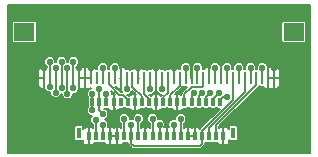
<source format=gtl>
G04 #@! TF.FileFunction,Copper,L1,Top,Signal*
%FSLAX46Y46*%
G04 Gerber Fmt 4.6, Leading zero omitted, Abs format (unit mm)*
G04 Created by KiCad (PCBNEW 0.201502211246+5439~21~ubuntu14.04.1-product) date lör 21 feb 2015 23:28:31*
%MOMM*%
G01*
G04 APERTURE LIST*
%ADD10C,0.100000*%
%ADD11R,0.400000X0.950000*%
%ADD12R,0.300000X0.800000*%
%ADD13R,0.300000X0.650000*%
%ADD14R,0.250000X1.100000*%
%ADD15R,1.700000X1.500000*%
%ADD16C,0.558800*%
%ADD17C,0.127000*%
G04 APERTURE END LIST*
D10*
D11*
X143550000Y-52125000D03*
X130450000Y-52125000D03*
D12*
X131300000Y-52400000D03*
D13*
X131600000Y-49525000D03*
D12*
X131900000Y-52400000D03*
D13*
X132200000Y-49525000D03*
D12*
X132500000Y-52400000D03*
D13*
X132800000Y-49525000D03*
D12*
X133100000Y-52400000D03*
D13*
X133400000Y-49525000D03*
D12*
X133700000Y-52400000D03*
D13*
X134000000Y-49525000D03*
D12*
X134300000Y-52400000D03*
D13*
X134600000Y-49525000D03*
D12*
X134900000Y-52400000D03*
D13*
X135200000Y-49525000D03*
D12*
X135500000Y-52400000D03*
D13*
X135800000Y-49525000D03*
D12*
X136100000Y-52400000D03*
D13*
X136400000Y-49525000D03*
D12*
X136700000Y-52400000D03*
D13*
X137000000Y-49525000D03*
D12*
X137300000Y-52400000D03*
D13*
X137600000Y-49525000D03*
D12*
X137900000Y-52400000D03*
D13*
X138200000Y-49525000D03*
D12*
X138500000Y-52400000D03*
D13*
X138800000Y-49525000D03*
D12*
X139100000Y-52400000D03*
D13*
X139400000Y-49525000D03*
D12*
X139700000Y-52400000D03*
D13*
X140000000Y-49525000D03*
D12*
X140300000Y-52400000D03*
D13*
X140600000Y-49525000D03*
D12*
X140900000Y-52400000D03*
D13*
X141200000Y-49525000D03*
D12*
X141500000Y-52400000D03*
D13*
X141800000Y-49525000D03*
D12*
X142100000Y-52400000D03*
D13*
X142400000Y-49525000D03*
D12*
X142700000Y-52400000D03*
D14*
X147000000Y-47450000D03*
X146500000Y-47450000D03*
X146000000Y-47450000D03*
X145500000Y-47450000D03*
X145000000Y-47450000D03*
X144500000Y-47450000D03*
X144000000Y-47450000D03*
X143500000Y-47450000D03*
X143000000Y-47450000D03*
X142500000Y-47450000D03*
X142000000Y-47450000D03*
X141500000Y-47450000D03*
X141000000Y-47450000D03*
X140500000Y-47450000D03*
X140000000Y-47450000D03*
X139500000Y-47450000D03*
X139000000Y-47450000D03*
X138500000Y-47450000D03*
X138000000Y-47450000D03*
X137500000Y-47450000D03*
X137000000Y-47450000D03*
X136500000Y-47450000D03*
X136000000Y-47450000D03*
X135500000Y-47450000D03*
X135000000Y-47450000D03*
X134500000Y-47450000D03*
X134000000Y-47450000D03*
X133500000Y-47450000D03*
X133000000Y-47450000D03*
X132500000Y-47450000D03*
D15*
X125850000Y-43550000D03*
X148650000Y-43550000D03*
D14*
X132000000Y-47450000D03*
X131500000Y-47450000D03*
X131000000Y-47450000D03*
X130500000Y-47450000D03*
X130000000Y-47450000D03*
X129500000Y-47450000D03*
X129000000Y-47450000D03*
X128500000Y-47450000D03*
X128000000Y-47450000D03*
X127500000Y-47450000D03*
D16*
X134000000Y-46100000D03*
X133700000Y-51400000D03*
X133100000Y-50900000D03*
X143300000Y-51000000D03*
X137900000Y-51000000D03*
X136100000Y-51400000D03*
X140300000Y-51000000D03*
X139700000Y-51400000D03*
X133400000Y-53400000D03*
X131500000Y-53300000D03*
X127500000Y-46600000D03*
X130500000Y-46600000D03*
X131000000Y-46100000D03*
X131500000Y-46600000D03*
X147000000Y-46600000D03*
X146500000Y-46100000D03*
X142500000Y-46100000D03*
X141500000Y-46100000D03*
X140000000Y-46100000D03*
X138500000Y-46600000D03*
X137000000Y-46600000D03*
X135500000Y-46600000D03*
X132200000Y-48400000D03*
X132800000Y-48800000D03*
X131600000Y-48800000D03*
X131900000Y-51000000D03*
X128000000Y-46100000D03*
X128500000Y-46600000D03*
X129000000Y-46100000D03*
X129500000Y-46600000D03*
X130000000Y-46100000D03*
X130000000Y-48300000D03*
X129500000Y-48800000D03*
X129000000Y-48300000D03*
X128500000Y-48700000D03*
X128000000Y-48200000D03*
X132500000Y-50500000D03*
X131600000Y-50200000D03*
X132500000Y-51400000D03*
X133500000Y-46600000D03*
X134900000Y-51400000D03*
X134500000Y-48400000D03*
X135500000Y-50900000D03*
X136500000Y-48400000D03*
X136700000Y-50900000D03*
X137500000Y-48400000D03*
X137300000Y-51400000D03*
X138500000Y-51400000D03*
X139500000Y-46600000D03*
X140500000Y-46600000D03*
X139100000Y-50900000D03*
X140200000Y-48700000D03*
X140900000Y-48700000D03*
X143000000Y-46600000D03*
X142000000Y-46600000D03*
X141600000Y-48700000D03*
X144000000Y-46600000D03*
X145000000Y-46600000D03*
X142300000Y-48700000D03*
X143000000Y-49100000D03*
X146000000Y-46600000D03*
X132500000Y-46600000D03*
X134300000Y-50900000D03*
D17*
X134000000Y-47450000D02*
X134000000Y-46100000D01*
X133100000Y-52400000D02*
X133100000Y-50900000D01*
X133700000Y-51400000D02*
X133700000Y-50300000D01*
X133700000Y-50300000D02*
X133400000Y-50000000D01*
X142700000Y-52400000D02*
X142700000Y-51600000D01*
X142700000Y-51600000D02*
X143300000Y-51000000D01*
X137900000Y-52400000D02*
X137900000Y-51000000D01*
X136100000Y-52400000D02*
X136100000Y-51400000D01*
X140300000Y-52400000D02*
X140300000Y-51000000D01*
X139700000Y-52400000D02*
X139700000Y-51400000D01*
X131300000Y-52400000D02*
X131300000Y-53100000D01*
X133100000Y-53100000D02*
X133100000Y-52400000D01*
X133400000Y-53400000D02*
X133100000Y-53100000D01*
X131300000Y-53100000D02*
X131500000Y-53300000D01*
X133700000Y-52400000D02*
X133700000Y-51400000D01*
X133400000Y-50000000D02*
X133400000Y-49525000D01*
X127500000Y-47450000D02*
X127500000Y-46600000D01*
X130500000Y-47450000D02*
X130500000Y-46600000D01*
X131000000Y-47450000D02*
X131000000Y-46100000D01*
X131500000Y-47450000D02*
X131500000Y-46600000D01*
X147000000Y-47450000D02*
X147000000Y-46600000D01*
X146500000Y-47450000D02*
X146500000Y-46100000D01*
X142500000Y-47450000D02*
X142500000Y-46100000D01*
X141500000Y-47450000D02*
X141500000Y-46100000D01*
X140000000Y-47450000D02*
X140000000Y-46100000D01*
X138500000Y-47450000D02*
X138500000Y-46600000D01*
X137000000Y-47450000D02*
X137000000Y-46600000D01*
X135500000Y-47450000D02*
X135500000Y-46600000D01*
X137000000Y-49525000D02*
X137000000Y-47450000D01*
X132200000Y-49525000D02*
X132200000Y-48400000D01*
X132800000Y-49525000D02*
X132800000Y-48800000D01*
X131600000Y-49525000D02*
X131600000Y-48800000D01*
X131900000Y-52400000D02*
X131900000Y-51000000D01*
X128000000Y-47450000D02*
X128000000Y-46100000D01*
X128500000Y-47450000D02*
X128500000Y-46600000D01*
X129000000Y-47450000D02*
X129000000Y-46100000D01*
X129500000Y-47450000D02*
X129500000Y-46600000D01*
X130000000Y-47450000D02*
X130000000Y-46100000D01*
X130000000Y-47450000D02*
X130000000Y-48300000D01*
X129500000Y-47450000D02*
X129500000Y-48800000D01*
X129000000Y-47450000D02*
X129000000Y-48300000D01*
X128500000Y-47450000D02*
X128500000Y-48700000D01*
X128000000Y-47450000D02*
X128000000Y-48200000D01*
X132200000Y-49525000D02*
X132200000Y-50200000D01*
X132200000Y-50200000D02*
X132500000Y-50500000D01*
X131600000Y-49525000D02*
X131600000Y-50200000D01*
X132500000Y-51400000D02*
X132500000Y-52400000D01*
X130000000Y-47450000D02*
X130000000Y-48000000D01*
X131525000Y-49525000D02*
X131600000Y-49525000D01*
X133500000Y-47450000D02*
X133500000Y-46600000D01*
X134900000Y-52400000D02*
X134900000Y-53000000D01*
X140900000Y-53000000D02*
X140900000Y-52400000D01*
X140700000Y-53200000D02*
X140900000Y-53000000D01*
X135100000Y-53200000D02*
X140700000Y-53200000D01*
X134900000Y-53000000D02*
X135100000Y-53200000D01*
X134900000Y-52400000D02*
X134900000Y-51400000D01*
X140900000Y-52400000D02*
X140900000Y-51900000D01*
X140900000Y-51900000D02*
X143500000Y-49300000D01*
X143500000Y-49300000D02*
X143500000Y-47450000D01*
X134500000Y-47450000D02*
X134500000Y-48400000D01*
X135500000Y-52400000D02*
X135500000Y-50900000D01*
X135000000Y-47450000D02*
X135000000Y-48200000D01*
X135800000Y-49000000D02*
X135800000Y-49525000D01*
X135000000Y-48200000D02*
X135800000Y-49000000D01*
X135800000Y-49200000D02*
X135800000Y-49525000D01*
X135000000Y-47450000D02*
X135000000Y-48000000D01*
X136000000Y-47450000D02*
X136000000Y-48800000D01*
X136000000Y-48800000D02*
X136400000Y-49200000D01*
X136400000Y-49200000D02*
X136400000Y-49525000D01*
X136500000Y-47450000D02*
X136500000Y-48400000D01*
X136700000Y-50900000D02*
X136700000Y-52400000D01*
X137500000Y-47450000D02*
X137500000Y-48400000D01*
X137300000Y-52400000D02*
X137300000Y-51400000D01*
X137600000Y-49525000D02*
X137600000Y-49100000D01*
X138000000Y-48700000D02*
X138000000Y-47450000D01*
X137600000Y-49100000D02*
X138000000Y-48700000D01*
X139000000Y-47450000D02*
X139000000Y-48100000D01*
X138200000Y-48900000D02*
X138200000Y-49525000D01*
X139000000Y-48100000D02*
X138200000Y-48900000D01*
X138500000Y-52400000D02*
X138500000Y-51400000D01*
X139500000Y-46600000D02*
X139500000Y-47450000D01*
X139100000Y-52400000D02*
X139100000Y-50900000D01*
X140500000Y-46600000D02*
X140500000Y-47450000D01*
X141000000Y-48100000D02*
X141000000Y-47450000D01*
X140900000Y-48200000D02*
X141000000Y-48100000D01*
X140000000Y-48200000D02*
X140900000Y-48200000D01*
X139400000Y-48800000D02*
X140000000Y-48200000D01*
X139400000Y-49525000D02*
X139400000Y-48800000D01*
X140000000Y-48900000D02*
X140200000Y-48700000D01*
X140000000Y-48900000D02*
X140000000Y-49525000D01*
X140600000Y-49525000D02*
X140600000Y-49000000D01*
X140600000Y-49000000D02*
X140900000Y-48700000D01*
X143000000Y-46600000D02*
X143000000Y-47450000D01*
X142000000Y-47450000D02*
X142000000Y-46600000D01*
X141200000Y-49100000D02*
X141600000Y-48700000D01*
X144000000Y-46600000D02*
X144000000Y-47450000D01*
X141200000Y-49525000D02*
X141200000Y-49100000D01*
X141500000Y-52400000D02*
X141500000Y-51659214D01*
X144500000Y-48659214D02*
X144500000Y-47450000D01*
X141500000Y-51659214D02*
X144500000Y-48659214D01*
X145000000Y-46600000D02*
X145000000Y-47450000D01*
X141800000Y-49200000D02*
X142300000Y-48700000D01*
X141800000Y-49525000D02*
X141800000Y-49200000D01*
X142100000Y-52400000D02*
X142100000Y-51418428D01*
X145500000Y-48018428D02*
X145500000Y-47450000D01*
X142100000Y-51418428D02*
X145500000Y-48018428D01*
X142400000Y-49525000D02*
X142400000Y-49400000D01*
X142400000Y-49400000D02*
X142700000Y-49100000D01*
X142700000Y-49100000D02*
X143000000Y-49100000D01*
X146000000Y-46600000D02*
X146000000Y-47450000D01*
X133000000Y-47450000D02*
X133000000Y-48000000D01*
X133000000Y-48000000D02*
X133900000Y-48900000D01*
X133900000Y-48900000D02*
X134200000Y-48900000D01*
X134600000Y-49525000D02*
X134600000Y-49300000D01*
X134600000Y-49300000D02*
X134200000Y-48900000D01*
X132500000Y-47450000D02*
X132500000Y-46600000D01*
X134300000Y-52400000D02*
X134300000Y-50900000D01*
G36*
X150009500Y-53759500D02*
X149694232Y-53759500D01*
X149694232Y-44300000D01*
X149694232Y-42800000D01*
X149680139Y-42727363D01*
X149638202Y-42663522D01*
X149574892Y-42620787D01*
X149500000Y-42605768D01*
X147800000Y-42605768D01*
X147727363Y-42619861D01*
X147663522Y-42661798D01*
X147620787Y-42725108D01*
X147605768Y-42800000D01*
X147605768Y-44300000D01*
X147619861Y-44372637D01*
X147661798Y-44436478D01*
X147725108Y-44479213D01*
X147800000Y-44494232D01*
X149500000Y-44494232D01*
X149572637Y-44480139D01*
X149636478Y-44438202D01*
X149679213Y-44374892D01*
X149694232Y-44300000D01*
X149694232Y-53759500D01*
X147488500Y-53759500D01*
X147488500Y-48072304D01*
X147488500Y-47927695D01*
X147488500Y-47542375D01*
X147488500Y-47357625D01*
X147488500Y-46972305D01*
X147488500Y-46827696D01*
X147433161Y-46694094D01*
X147330907Y-46591840D01*
X147197305Y-46536500D01*
X147092375Y-46536500D01*
X147001500Y-46627375D01*
X147001500Y-47448500D01*
X147397625Y-47448500D01*
X147488500Y-47357625D01*
X147488500Y-47542375D01*
X147397625Y-47451500D01*
X147001500Y-47451500D01*
X147001500Y-48272625D01*
X147092375Y-48363500D01*
X147197305Y-48363500D01*
X147330907Y-48308160D01*
X147433161Y-48205906D01*
X147488500Y-48072304D01*
X147488500Y-53759500D01*
X146998500Y-53759500D01*
X146998500Y-48272625D01*
X146998500Y-47451500D01*
X146998500Y-47448500D01*
X146998500Y-46627375D01*
X146907625Y-46536500D01*
X146802695Y-46536500D01*
X146750000Y-46558327D01*
X146697305Y-46536500D01*
X146592375Y-46536500D01*
X146501500Y-46627375D01*
X146501500Y-47448500D01*
X146602375Y-47448500D01*
X146897625Y-47448500D01*
X146998500Y-47448500D01*
X146998500Y-47451500D01*
X146897625Y-47451500D01*
X146602375Y-47451500D01*
X146501500Y-47451500D01*
X146501500Y-48272625D01*
X146592375Y-48363500D01*
X146697305Y-48363500D01*
X146750000Y-48341672D01*
X146802695Y-48363500D01*
X146907625Y-48363500D01*
X146998500Y-48272625D01*
X146998500Y-53759500D01*
X146498500Y-53759500D01*
X146498500Y-48272625D01*
X146498500Y-47451500D01*
X146478500Y-47451500D01*
X146478500Y-47448500D01*
X146498500Y-47448500D01*
X146498500Y-46627375D01*
X146469901Y-46598776D01*
X146469982Y-46506941D01*
X146398594Y-46334171D01*
X146266525Y-46201870D01*
X146093879Y-46130182D01*
X145906941Y-46130018D01*
X145734171Y-46201406D01*
X145601870Y-46333475D01*
X145530182Y-46506121D01*
X145530018Y-46693059D01*
X145535269Y-46705768D01*
X145464881Y-46705768D01*
X145469818Y-46693879D01*
X145469982Y-46506941D01*
X145398594Y-46334171D01*
X145266525Y-46201870D01*
X145093879Y-46130182D01*
X144906941Y-46130018D01*
X144734171Y-46201406D01*
X144601870Y-46333475D01*
X144530182Y-46506121D01*
X144530018Y-46693059D01*
X144535269Y-46705768D01*
X144464881Y-46705768D01*
X144469818Y-46693879D01*
X144469982Y-46506941D01*
X144398594Y-46334171D01*
X144266525Y-46201870D01*
X144093879Y-46130182D01*
X143906941Y-46130018D01*
X143734171Y-46201406D01*
X143601870Y-46333475D01*
X143530182Y-46506121D01*
X143530018Y-46693059D01*
X143535269Y-46705768D01*
X143464881Y-46705768D01*
X143469818Y-46693879D01*
X143469982Y-46506941D01*
X143398594Y-46334171D01*
X143266525Y-46201870D01*
X143093879Y-46130182D01*
X142906941Y-46130018D01*
X142734171Y-46201406D01*
X142601870Y-46333475D01*
X142530182Y-46506121D01*
X142530100Y-46598774D01*
X142501500Y-46627375D01*
X142501500Y-47448500D01*
X142521500Y-47448500D01*
X142521500Y-47451500D01*
X142501500Y-47451500D01*
X142501500Y-47471500D01*
X142498500Y-47471500D01*
X142498500Y-47451500D01*
X142478500Y-47451500D01*
X142478500Y-47448500D01*
X142498500Y-47448500D01*
X142498500Y-46627375D01*
X142469901Y-46598776D01*
X142469982Y-46506941D01*
X142398594Y-46334171D01*
X142266525Y-46201870D01*
X142093879Y-46130182D01*
X141906941Y-46130018D01*
X141734171Y-46201406D01*
X141601870Y-46333475D01*
X141530182Y-46506121D01*
X141530100Y-46598774D01*
X141501500Y-46627375D01*
X141501500Y-47448500D01*
X141521500Y-47448500D01*
X141521500Y-47451500D01*
X141501500Y-47451500D01*
X141501500Y-47471500D01*
X141498500Y-47471500D01*
X141498500Y-47451500D01*
X141478500Y-47451500D01*
X141478500Y-47448500D01*
X141498500Y-47448500D01*
X141498500Y-46627375D01*
X141407625Y-46536500D01*
X141302695Y-46536500D01*
X141169093Y-46591840D01*
X141066839Y-46694094D01*
X141062003Y-46705768D01*
X140964881Y-46705768D01*
X140969818Y-46693879D01*
X140969982Y-46506941D01*
X140898594Y-46334171D01*
X140766525Y-46201870D01*
X140593879Y-46130182D01*
X140406941Y-46130018D01*
X140234171Y-46201406D01*
X140101870Y-46333475D01*
X140030182Y-46506121D01*
X140030100Y-46598774D01*
X140001500Y-46627375D01*
X140001500Y-47448500D01*
X140021500Y-47448500D01*
X140021500Y-47451500D01*
X140001500Y-47451500D01*
X140001500Y-47471500D01*
X139998500Y-47471500D01*
X139998500Y-47451500D01*
X139978500Y-47451500D01*
X139978500Y-47448500D01*
X139998500Y-47448500D01*
X139998500Y-46627375D01*
X139969901Y-46598776D01*
X139969982Y-46506941D01*
X139898594Y-46334171D01*
X139766525Y-46201870D01*
X139593879Y-46130182D01*
X139406941Y-46130018D01*
X139234171Y-46201406D01*
X139101870Y-46333475D01*
X139030182Y-46506121D01*
X139030018Y-46693059D01*
X139035269Y-46705768D01*
X138937996Y-46705768D01*
X138933161Y-46694094D01*
X138830907Y-46591840D01*
X138697305Y-46536500D01*
X138592375Y-46536500D01*
X138501500Y-46627375D01*
X138501500Y-47448500D01*
X138521500Y-47448500D01*
X138521500Y-47451500D01*
X138501500Y-47451500D01*
X138501500Y-47471500D01*
X138498500Y-47471500D01*
X138498500Y-47451500D01*
X138478500Y-47451500D01*
X138478500Y-47448500D01*
X138498500Y-47448500D01*
X138498500Y-46627375D01*
X138407625Y-46536500D01*
X138302695Y-46536500D01*
X138169093Y-46591840D01*
X138066839Y-46694094D01*
X138062003Y-46705768D01*
X137875000Y-46705768D01*
X137802363Y-46719861D01*
X137749735Y-46754431D01*
X137699892Y-46720787D01*
X137625000Y-46705768D01*
X137437996Y-46705768D01*
X137433161Y-46694094D01*
X137330907Y-46591840D01*
X137197305Y-46536500D01*
X137092375Y-46536500D01*
X137001500Y-46627375D01*
X137001500Y-47448500D01*
X137021500Y-47448500D01*
X137021500Y-47451500D01*
X137001500Y-47451500D01*
X137001500Y-48272625D01*
X137031594Y-48302719D01*
X137030182Y-48306121D01*
X137030018Y-48493059D01*
X137101406Y-48665829D01*
X137233475Y-48798130D01*
X137406121Y-48869818D01*
X137470915Y-48869874D01*
X137420395Y-48920395D01*
X137406002Y-48941935D01*
X137355907Y-48891840D01*
X137222305Y-48836500D01*
X137092375Y-48836500D01*
X137001500Y-48927375D01*
X137001500Y-49523500D01*
X137021500Y-49523500D01*
X137021500Y-49526500D01*
X137001500Y-49526500D01*
X137001500Y-50122625D01*
X137092375Y-50213500D01*
X137222305Y-50213500D01*
X137355907Y-50158160D01*
X137458161Y-50055906D01*
X137462996Y-50044232D01*
X137750000Y-50044232D01*
X137822637Y-50030139D01*
X137886478Y-49988202D01*
X137899884Y-49968341D01*
X137911798Y-49986478D01*
X137975108Y-50029213D01*
X138050000Y-50044232D01*
X138337003Y-50044232D01*
X138341839Y-50055906D01*
X138444093Y-50158160D01*
X138577695Y-50213500D01*
X138707625Y-50213500D01*
X138798500Y-50122625D01*
X138798500Y-49526500D01*
X138778500Y-49526500D01*
X138778500Y-49523500D01*
X138798500Y-49523500D01*
X138798500Y-48927375D01*
X138707625Y-48836500D01*
X138622710Y-48836500D01*
X139179605Y-48279605D01*
X139234665Y-48197202D01*
X139234666Y-48197201D01*
X139244135Y-48149594D01*
X139250264Y-48145568D01*
X139300108Y-48179213D01*
X139375000Y-48194232D01*
X139562003Y-48194232D01*
X139566839Y-48205906D01*
X139600861Y-48239928D01*
X139220395Y-48620395D01*
X139165335Y-48702798D01*
X139146000Y-48800000D01*
X139146000Y-48887736D01*
X139022305Y-48836500D01*
X138892375Y-48836500D01*
X138801500Y-48927375D01*
X138801500Y-49523500D01*
X138821500Y-49523500D01*
X138821500Y-49526500D01*
X138801500Y-49526500D01*
X138801500Y-50122625D01*
X138892375Y-50213500D01*
X139022305Y-50213500D01*
X139155907Y-50158160D01*
X139258161Y-50055906D01*
X139262996Y-50044232D01*
X139550000Y-50044232D01*
X139622637Y-50030139D01*
X139686478Y-49988202D01*
X139699884Y-49968341D01*
X139711798Y-49986478D01*
X139775108Y-50029213D01*
X139850000Y-50044232D01*
X140150000Y-50044232D01*
X140222637Y-50030139D01*
X140286478Y-49988202D01*
X140299884Y-49968341D01*
X140311798Y-49986478D01*
X140375108Y-50029213D01*
X140450000Y-50044232D01*
X140750000Y-50044232D01*
X140822637Y-50030139D01*
X140886478Y-49988202D01*
X140899884Y-49968341D01*
X140911798Y-49986478D01*
X140975108Y-50029213D01*
X141050000Y-50044232D01*
X141350000Y-50044232D01*
X141422637Y-50030139D01*
X141486478Y-49988202D01*
X141499884Y-49968341D01*
X141511798Y-49986478D01*
X141575108Y-50029213D01*
X141650000Y-50044232D01*
X141950000Y-50044232D01*
X142022637Y-50030139D01*
X142086478Y-49988202D01*
X142099884Y-49968341D01*
X142111798Y-49986478D01*
X142175108Y-50029213D01*
X142250000Y-50044232D01*
X142396558Y-50044232D01*
X140720395Y-51720395D01*
X140706002Y-51741935D01*
X140655907Y-51691840D01*
X140522305Y-51636500D01*
X140392375Y-51636500D01*
X140301500Y-51727375D01*
X140301500Y-52398500D01*
X140321500Y-52398500D01*
X140321500Y-52401500D01*
X140301500Y-52401500D01*
X140301500Y-52421500D01*
X140298500Y-52421500D01*
X140298500Y-52401500D01*
X140298500Y-52398500D01*
X140298500Y-51727375D01*
X140207625Y-51636500D01*
X140077695Y-51636500D01*
X140000000Y-51668682D01*
X139922305Y-51636500D01*
X139792375Y-51636500D01*
X139701500Y-51727375D01*
X139701500Y-52398500D01*
X139877375Y-52398500D01*
X140122625Y-52398500D01*
X140298500Y-52398500D01*
X140298500Y-52401500D01*
X140122625Y-52401500D01*
X139877375Y-52401500D01*
X139701500Y-52401500D01*
X139701500Y-52421500D01*
X139698500Y-52421500D01*
X139698500Y-52401500D01*
X139678500Y-52401500D01*
X139678500Y-52398500D01*
X139698500Y-52398500D01*
X139698500Y-51727375D01*
X139607625Y-51636500D01*
X139477695Y-51636500D01*
X139354000Y-51687736D01*
X139354000Y-51303481D01*
X139365829Y-51298594D01*
X139498130Y-51166525D01*
X139569818Y-50993879D01*
X139569982Y-50806941D01*
X139498594Y-50634171D01*
X139366525Y-50501870D01*
X139193879Y-50430182D01*
X139006941Y-50430018D01*
X138834171Y-50501406D01*
X138701870Y-50633475D01*
X138630182Y-50806121D01*
X138630059Y-50945205D01*
X138593879Y-50930182D01*
X138406941Y-50930018D01*
X138234171Y-51001406D01*
X138101870Y-51133475D01*
X138030182Y-51306121D01*
X138030018Y-51493059D01*
X138089287Y-51636500D01*
X137992375Y-51636500D01*
X137901500Y-51727375D01*
X137901500Y-52398500D01*
X137921500Y-52398500D01*
X137921500Y-52401500D01*
X137901500Y-52401500D01*
X137901500Y-52421500D01*
X137898500Y-52421500D01*
X137898500Y-52401500D01*
X137878500Y-52401500D01*
X137878500Y-52398500D01*
X137898500Y-52398500D01*
X137898500Y-51727375D01*
X137807625Y-51636500D01*
X137710597Y-51636500D01*
X137769818Y-51493879D01*
X137769982Y-51306941D01*
X137698594Y-51134171D01*
X137566525Y-51001870D01*
X137393879Y-50930182D01*
X137206941Y-50930018D01*
X137169860Y-50945339D01*
X137169982Y-50806941D01*
X137098594Y-50634171D01*
X136998500Y-50533901D01*
X136998500Y-50122625D01*
X136998500Y-49526500D01*
X136978500Y-49526500D01*
X136978500Y-49523500D01*
X136998500Y-49523500D01*
X136998500Y-48927375D01*
X136907625Y-48836500D01*
X136777695Y-48836500D01*
X136644093Y-48891840D01*
X136547571Y-48988361D01*
X136429048Y-48869838D01*
X136593059Y-48869982D01*
X136765829Y-48798594D01*
X136898130Y-48666525D01*
X136969818Y-48493879D01*
X136969982Y-48306941D01*
X136968286Y-48302838D01*
X136998500Y-48272625D01*
X136998500Y-47451500D01*
X136978500Y-47451500D01*
X136978500Y-47448500D01*
X136998500Y-47448500D01*
X136998500Y-46627375D01*
X136907625Y-46536500D01*
X136802695Y-46536500D01*
X136669093Y-46591840D01*
X136566839Y-46694094D01*
X136562003Y-46705768D01*
X136375000Y-46705768D01*
X136302363Y-46719861D01*
X136249735Y-46754431D01*
X136199892Y-46720787D01*
X136125000Y-46705768D01*
X135937996Y-46705768D01*
X135933161Y-46694094D01*
X135830907Y-46591840D01*
X135697305Y-46536500D01*
X135592375Y-46536500D01*
X135501500Y-46627375D01*
X135501500Y-47448500D01*
X135521500Y-47448500D01*
X135521500Y-47451500D01*
X135501500Y-47451500D01*
X135501500Y-47471500D01*
X135498500Y-47471500D01*
X135498500Y-47451500D01*
X135478500Y-47451500D01*
X135478500Y-47448500D01*
X135498500Y-47448500D01*
X135498500Y-46627375D01*
X135407625Y-46536500D01*
X135302695Y-46536500D01*
X135169093Y-46591840D01*
X135066839Y-46694094D01*
X135062003Y-46705768D01*
X134875000Y-46705768D01*
X134802363Y-46719861D01*
X134749735Y-46754431D01*
X134699892Y-46720787D01*
X134625000Y-46705768D01*
X134437996Y-46705768D01*
X134433161Y-46694094D01*
X134330907Y-46591840D01*
X134197305Y-46536500D01*
X134092375Y-46536500D01*
X134001500Y-46627375D01*
X134001500Y-47448500D01*
X134021500Y-47448500D01*
X134021500Y-47451500D01*
X134001500Y-47451500D01*
X134001500Y-48272625D01*
X134031594Y-48302719D01*
X134030182Y-48306121D01*
X134030018Y-48493059D01*
X134093212Y-48646000D01*
X134005210Y-48646000D01*
X133553442Y-48194232D01*
X133562003Y-48194232D01*
X133566839Y-48205906D01*
X133669093Y-48308160D01*
X133802695Y-48363500D01*
X133907625Y-48363500D01*
X133998500Y-48272625D01*
X133998500Y-47451500D01*
X133978500Y-47451500D01*
X133978500Y-47448500D01*
X133998500Y-47448500D01*
X133998500Y-46627375D01*
X133969901Y-46598776D01*
X133969982Y-46506941D01*
X133898594Y-46334171D01*
X133766525Y-46201870D01*
X133593879Y-46130182D01*
X133406941Y-46130018D01*
X133234171Y-46201406D01*
X133101870Y-46333475D01*
X133030182Y-46506121D01*
X133030018Y-46693059D01*
X133035269Y-46705768D01*
X132964881Y-46705768D01*
X132969818Y-46693879D01*
X132969982Y-46506941D01*
X132898594Y-46334171D01*
X132766525Y-46201870D01*
X132593879Y-46130182D01*
X132406941Y-46130018D01*
X132234171Y-46201406D01*
X132101870Y-46333475D01*
X132030182Y-46506121D01*
X132030018Y-46693059D01*
X132035269Y-46705768D01*
X131937996Y-46705768D01*
X131933161Y-46694094D01*
X131830907Y-46591840D01*
X131697305Y-46536500D01*
X131592375Y-46536500D01*
X131501500Y-46627375D01*
X131501500Y-47448500D01*
X131521500Y-47448500D01*
X131521500Y-47451500D01*
X131501500Y-47451500D01*
X131501500Y-47471500D01*
X131498500Y-47471500D01*
X131498500Y-47451500D01*
X131498500Y-47448500D01*
X131498500Y-46627375D01*
X131407625Y-46536500D01*
X131302695Y-46536500D01*
X131250000Y-46558327D01*
X131197305Y-46536500D01*
X131092375Y-46536500D01*
X131001500Y-46627375D01*
X131001500Y-47448500D01*
X131102375Y-47448500D01*
X131397625Y-47448500D01*
X131498500Y-47448500D01*
X131498500Y-47451500D01*
X131397625Y-47451500D01*
X131102375Y-47451500D01*
X131001500Y-47451500D01*
X131001500Y-48272625D01*
X131092375Y-48363500D01*
X131197305Y-48363500D01*
X131250000Y-48341672D01*
X131302695Y-48363500D01*
X131407625Y-48363500D01*
X131498498Y-48272627D01*
X131498498Y-48333505D01*
X131334171Y-48401406D01*
X131201870Y-48533475D01*
X131130182Y-48706121D01*
X131130018Y-48893059D01*
X131201406Y-49065829D01*
X131269079Y-49133621D01*
X131255768Y-49200000D01*
X131255768Y-49850000D01*
X131260590Y-49874857D01*
X131201870Y-49933475D01*
X131130182Y-50106121D01*
X131130018Y-50293059D01*
X131201406Y-50465829D01*
X131333475Y-50598130D01*
X131506121Y-50669818D01*
X131565586Y-50669870D01*
X131501870Y-50733475D01*
X131430182Y-50906121D01*
X131430018Y-51093059D01*
X131501406Y-51265829D01*
X131633475Y-51398130D01*
X131646000Y-51403330D01*
X131646000Y-51687736D01*
X131522305Y-51636500D01*
X131392375Y-51636500D01*
X131301500Y-51727375D01*
X131301500Y-52398500D01*
X131321500Y-52398500D01*
X131321500Y-52401500D01*
X131301500Y-52401500D01*
X131301500Y-53072625D01*
X131392375Y-53163500D01*
X131522305Y-53163500D01*
X131655907Y-53108160D01*
X131758161Y-53005906D01*
X131762996Y-52994232D01*
X132050000Y-52994232D01*
X132122637Y-52980139D01*
X132186478Y-52938202D01*
X132199884Y-52918341D01*
X132211798Y-52936478D01*
X132275108Y-52979213D01*
X132350000Y-52994232D01*
X132637003Y-52994232D01*
X132641839Y-53005906D01*
X132744093Y-53108160D01*
X132877695Y-53163500D01*
X133007625Y-53163500D01*
X133098500Y-53072625D01*
X133098500Y-52401500D01*
X133078500Y-52401500D01*
X133078500Y-52398500D01*
X133098500Y-52398500D01*
X133098500Y-51727375D01*
X133007625Y-51636500D01*
X132910597Y-51636500D01*
X132969818Y-51493879D01*
X132969982Y-51306941D01*
X132898594Y-51134171D01*
X132766525Y-51001870D01*
X132641512Y-50949961D01*
X132765829Y-50898594D01*
X132898130Y-50766525D01*
X132969818Y-50593879D01*
X132969982Y-50406941D01*
X132898594Y-50234171D01*
X132766525Y-50101870D01*
X132606899Y-50035588D01*
X132650000Y-50044232D01*
X132937003Y-50044232D01*
X132941839Y-50055906D01*
X133044093Y-50158160D01*
X133177695Y-50213500D01*
X133307625Y-50213500D01*
X133398500Y-50122625D01*
X133398500Y-49526500D01*
X133378500Y-49526500D01*
X133378500Y-49523500D01*
X133398500Y-49523500D01*
X133398500Y-48927375D01*
X133307625Y-48836500D01*
X133269868Y-48836500D01*
X133269982Y-48706941D01*
X133215235Y-48574445D01*
X133484832Y-48844042D01*
X133401500Y-48927375D01*
X133401500Y-49523500D01*
X133421500Y-49523500D01*
X133421500Y-49526500D01*
X133401500Y-49526500D01*
X133401500Y-50122625D01*
X133492375Y-50213500D01*
X133622305Y-50213500D01*
X133755907Y-50158160D01*
X133858161Y-50055906D01*
X133862996Y-50044232D01*
X134150000Y-50044232D01*
X134222637Y-50030139D01*
X134286478Y-49988202D01*
X134299884Y-49968341D01*
X134311798Y-49986478D01*
X134375108Y-50029213D01*
X134450000Y-50044232D01*
X134737003Y-50044232D01*
X134741839Y-50055906D01*
X134844093Y-50158160D01*
X134977695Y-50213500D01*
X135107625Y-50213500D01*
X135198500Y-50122625D01*
X135198500Y-49526500D01*
X135178500Y-49526500D01*
X135178500Y-49523500D01*
X135198500Y-49523500D01*
X135198500Y-48927375D01*
X135107625Y-48836500D01*
X134977695Y-48836500D01*
X134844093Y-48891840D01*
X134741839Y-48994094D01*
X134737003Y-49005768D01*
X134664978Y-49005768D01*
X134529135Y-48869925D01*
X134593059Y-48869982D01*
X134765829Y-48798594D01*
X134898130Y-48666525D01*
X134959505Y-48518715D01*
X135284832Y-48844042D01*
X135201500Y-48927375D01*
X135201500Y-49523500D01*
X135221500Y-49523500D01*
X135221500Y-49526500D01*
X135201500Y-49526500D01*
X135201500Y-50122625D01*
X135292375Y-50213500D01*
X135422305Y-50213500D01*
X135555907Y-50158160D01*
X135658161Y-50055906D01*
X135662996Y-50044232D01*
X135950000Y-50044232D01*
X136022637Y-50030139D01*
X136086478Y-49988202D01*
X136099884Y-49968341D01*
X136111798Y-49986478D01*
X136175108Y-50029213D01*
X136250000Y-50044232D01*
X136537003Y-50044232D01*
X136541839Y-50055906D01*
X136644093Y-50158160D01*
X136777695Y-50213500D01*
X136907625Y-50213500D01*
X136998500Y-50122625D01*
X136998500Y-50533901D01*
X136966525Y-50501870D01*
X136793879Y-50430182D01*
X136606941Y-50430018D01*
X136434171Y-50501406D01*
X136301870Y-50633475D01*
X136230182Y-50806121D01*
X136230018Y-50993059D01*
X136301406Y-51165829D01*
X136433475Y-51298130D01*
X136446000Y-51303330D01*
X136446000Y-51687736D01*
X136322305Y-51636500D01*
X136192375Y-51636500D01*
X136101500Y-51727375D01*
X136101500Y-52398500D01*
X136121500Y-52398500D01*
X136121500Y-52401500D01*
X136101500Y-52401500D01*
X136101500Y-52421500D01*
X136098500Y-52421500D01*
X136098500Y-52401500D01*
X136078500Y-52401500D01*
X136078500Y-52398500D01*
X136098500Y-52398500D01*
X136098500Y-51727375D01*
X136007625Y-51636500D01*
X135877695Y-51636500D01*
X135754000Y-51687736D01*
X135754000Y-51303481D01*
X135765829Y-51298594D01*
X135898130Y-51166525D01*
X135969818Y-50993879D01*
X135969982Y-50806941D01*
X135898594Y-50634171D01*
X135766525Y-50501870D01*
X135593879Y-50430182D01*
X135406941Y-50430018D01*
X135234171Y-50501406D01*
X135101870Y-50633475D01*
X135030182Y-50806121D01*
X135030059Y-50945205D01*
X134993879Y-50930182D01*
X134806941Y-50930018D01*
X134769860Y-50945339D01*
X134769982Y-50806941D01*
X134698594Y-50634171D01*
X134566525Y-50501870D01*
X134393879Y-50430182D01*
X134206941Y-50430018D01*
X134034171Y-50501406D01*
X133901870Y-50633475D01*
X133830182Y-50806121D01*
X133830018Y-50993059D01*
X133901406Y-51165829D01*
X134033475Y-51298130D01*
X134046000Y-51303330D01*
X134046000Y-51687736D01*
X133922305Y-51636500D01*
X133792375Y-51636500D01*
X133701500Y-51727375D01*
X133701500Y-52398500D01*
X133721500Y-52398500D01*
X133721500Y-52401500D01*
X133701500Y-52401500D01*
X133701500Y-53072625D01*
X133792375Y-53163500D01*
X133922305Y-53163500D01*
X134055907Y-53108160D01*
X134158161Y-53005906D01*
X134162996Y-52994232D01*
X134450000Y-52994232D01*
X134522637Y-52980139D01*
X134586478Y-52938202D01*
X134599884Y-52918341D01*
X134611798Y-52936478D01*
X134646000Y-52959564D01*
X134646000Y-53000000D01*
X134665335Y-53097202D01*
X134720395Y-53179605D01*
X134920395Y-53379605D01*
X135002798Y-53434665D01*
X135002799Y-53434666D01*
X135100000Y-53454000D01*
X140700000Y-53454000D01*
X140797201Y-53434665D01*
X140797202Y-53434665D01*
X140879605Y-53379605D01*
X141079605Y-53179605D01*
X141134665Y-53097202D01*
X141134666Y-53097201D01*
X141154000Y-53000000D01*
X141154000Y-52959536D01*
X141186478Y-52938202D01*
X141199884Y-52918341D01*
X141211798Y-52936478D01*
X141275108Y-52979213D01*
X141350000Y-52994232D01*
X141650000Y-52994232D01*
X141722637Y-52980139D01*
X141786478Y-52938202D01*
X141799884Y-52918341D01*
X141811798Y-52936478D01*
X141875108Y-52979213D01*
X141950000Y-52994232D01*
X142237003Y-52994232D01*
X142241839Y-53005906D01*
X142344093Y-53108160D01*
X142477695Y-53163500D01*
X142607625Y-53163500D01*
X142698500Y-53072625D01*
X142698500Y-52401500D01*
X142678500Y-52401500D01*
X142678500Y-52398500D01*
X142698500Y-52398500D01*
X142698500Y-51727375D01*
X142607625Y-51636500D01*
X142477695Y-51636500D01*
X142354000Y-51687736D01*
X142354000Y-51523638D01*
X145679605Y-48198033D01*
X145690656Y-48181493D01*
X145697637Y-48180139D01*
X145750264Y-48145568D01*
X145800108Y-48179213D01*
X145875000Y-48194232D01*
X146062003Y-48194232D01*
X146066839Y-48205906D01*
X146169093Y-48308160D01*
X146302695Y-48363500D01*
X146407625Y-48363500D01*
X146498500Y-48272625D01*
X146498500Y-53759500D01*
X143944232Y-53759500D01*
X143944232Y-52600000D01*
X143944232Y-51650000D01*
X143930139Y-51577363D01*
X143888202Y-51513522D01*
X143824892Y-51470787D01*
X143750000Y-51455768D01*
X143350000Y-51455768D01*
X143277363Y-51469861D01*
X143213522Y-51511798D01*
X143170787Y-51575108D01*
X143155768Y-51650000D01*
X143155768Y-51791701D01*
X143055907Y-51691840D01*
X142922305Y-51636500D01*
X142792375Y-51636500D01*
X142701500Y-51727375D01*
X142701500Y-52398500D01*
X142721500Y-52398500D01*
X142721500Y-52401500D01*
X142701500Y-52401500D01*
X142701500Y-53072625D01*
X142792375Y-53163500D01*
X142922305Y-53163500D01*
X143055907Y-53108160D01*
X143158161Y-53005906D01*
X143213500Y-52872304D01*
X143213500Y-52737626D01*
X143275108Y-52779213D01*
X143350000Y-52794232D01*
X143750000Y-52794232D01*
X143822637Y-52780139D01*
X143886478Y-52738202D01*
X143929213Y-52674892D01*
X143944232Y-52600000D01*
X143944232Y-53759500D01*
X133698500Y-53759500D01*
X133698500Y-53072625D01*
X133698500Y-52401500D01*
X133698500Y-52398500D01*
X133698500Y-51727375D01*
X133607625Y-51636500D01*
X133477695Y-51636500D01*
X133400000Y-51668682D01*
X133322305Y-51636500D01*
X133192375Y-51636500D01*
X133101500Y-51727375D01*
X133101500Y-52398500D01*
X133277375Y-52398500D01*
X133522625Y-52398500D01*
X133698500Y-52398500D01*
X133698500Y-52401500D01*
X133522625Y-52401500D01*
X133277375Y-52401500D01*
X133101500Y-52401500D01*
X133101500Y-53072625D01*
X133192375Y-53163500D01*
X133322305Y-53163500D01*
X133400000Y-53131317D01*
X133477695Y-53163500D01*
X133607625Y-53163500D01*
X133698500Y-53072625D01*
X133698500Y-53759500D01*
X131298500Y-53759500D01*
X131298500Y-53072625D01*
X131298500Y-52401500D01*
X131278500Y-52401500D01*
X131278500Y-52398500D01*
X131298500Y-52398500D01*
X131298500Y-51727375D01*
X131207625Y-51636500D01*
X131077695Y-51636500D01*
X130998500Y-51669303D01*
X130998500Y-48272625D01*
X130998500Y-47451500D01*
X130998500Y-47448500D01*
X130998500Y-46627375D01*
X130907625Y-46536500D01*
X130802695Y-46536500D01*
X130750000Y-46558327D01*
X130697305Y-46536500D01*
X130592375Y-46536500D01*
X130501500Y-46627375D01*
X130501500Y-47448500D01*
X130602375Y-47448500D01*
X130897625Y-47448500D01*
X130998500Y-47448500D01*
X130998500Y-47451500D01*
X130897625Y-47451500D01*
X130602375Y-47451500D01*
X130501500Y-47451500D01*
X130501500Y-48272625D01*
X130592375Y-48363500D01*
X130697305Y-48363500D01*
X130750000Y-48341672D01*
X130802695Y-48363500D01*
X130907625Y-48363500D01*
X130998500Y-48272625D01*
X130998500Y-51669303D01*
X130944093Y-51691840D01*
X130844232Y-51791701D01*
X130844232Y-51650000D01*
X130830139Y-51577363D01*
X130788202Y-51513522D01*
X130724892Y-51470787D01*
X130650000Y-51455768D01*
X130498500Y-51455768D01*
X130498500Y-48272625D01*
X130498500Y-47451500D01*
X130478500Y-47451500D01*
X130478500Y-47448500D01*
X130498500Y-47448500D01*
X130498500Y-46627375D01*
X130407625Y-46536500D01*
X130302695Y-46536500D01*
X130254000Y-46556670D01*
X130254000Y-46503481D01*
X130265829Y-46498594D01*
X130398130Y-46366525D01*
X130469818Y-46193879D01*
X130469982Y-46006941D01*
X130398594Y-45834171D01*
X130266525Y-45701870D01*
X130093879Y-45630182D01*
X129906941Y-45630018D01*
X129734171Y-45701406D01*
X129601870Y-45833475D01*
X129530182Y-46006121D01*
X129530073Y-46130126D01*
X129469873Y-46130073D01*
X129469982Y-46006941D01*
X129398594Y-45834171D01*
X129266525Y-45701870D01*
X129093879Y-45630182D01*
X128906941Y-45630018D01*
X128734171Y-45701406D01*
X128601870Y-45833475D01*
X128530182Y-46006121D01*
X128530073Y-46130126D01*
X128469873Y-46130073D01*
X128469982Y-46006941D01*
X128398594Y-45834171D01*
X128266525Y-45701870D01*
X128093879Y-45630182D01*
X127906941Y-45630018D01*
X127734171Y-45701406D01*
X127601870Y-45833475D01*
X127530182Y-46006121D01*
X127530018Y-46193059D01*
X127601406Y-46365829D01*
X127733475Y-46498130D01*
X127746000Y-46503330D01*
X127746000Y-46556670D01*
X127697305Y-46536500D01*
X127592375Y-46536500D01*
X127501500Y-46627375D01*
X127501500Y-47448500D01*
X127521500Y-47448500D01*
X127521500Y-47451500D01*
X127501500Y-47451500D01*
X127501500Y-48272625D01*
X127535710Y-48306835D01*
X127601406Y-48465829D01*
X127733475Y-48598130D01*
X127906121Y-48669818D01*
X128030126Y-48669926D01*
X128030018Y-48793059D01*
X128101406Y-48965829D01*
X128233475Y-49098130D01*
X128406121Y-49169818D01*
X128593059Y-49169982D01*
X128765829Y-49098594D01*
X128898130Y-48966525D01*
X128969818Y-48793879D01*
X128969839Y-48769873D01*
X129030126Y-48769926D01*
X129030018Y-48893059D01*
X129101406Y-49065829D01*
X129233475Y-49198130D01*
X129406121Y-49269818D01*
X129593059Y-49269982D01*
X129765829Y-49198594D01*
X129898130Y-49066525D01*
X129969818Y-48893879D01*
X129969926Y-48769873D01*
X130093059Y-48769982D01*
X130265829Y-48698594D01*
X130398130Y-48566525D01*
X130469818Y-48393879D01*
X130469899Y-48301225D01*
X130498500Y-48272625D01*
X130498500Y-51455768D01*
X130250000Y-51455768D01*
X130177363Y-51469861D01*
X130113522Y-51511798D01*
X130070787Y-51575108D01*
X130055768Y-51650000D01*
X130055768Y-52600000D01*
X130069861Y-52672637D01*
X130111798Y-52736478D01*
X130175108Y-52779213D01*
X130250000Y-52794232D01*
X130650000Y-52794232D01*
X130722637Y-52780139D01*
X130786478Y-52738202D01*
X130786500Y-52738169D01*
X130786500Y-52872304D01*
X130841839Y-53005906D01*
X130944093Y-53108160D01*
X131077695Y-53163500D01*
X131207625Y-53163500D01*
X131298500Y-53072625D01*
X131298500Y-53759500D01*
X127498500Y-53759500D01*
X127498500Y-48272625D01*
X127498500Y-47451500D01*
X127498500Y-47448500D01*
X127498500Y-46627375D01*
X127407625Y-46536500D01*
X127302695Y-46536500D01*
X127169093Y-46591840D01*
X127066839Y-46694094D01*
X127011500Y-46827696D01*
X127011500Y-46972305D01*
X127011500Y-47357625D01*
X127102375Y-47448500D01*
X127498500Y-47448500D01*
X127498500Y-47451500D01*
X127102375Y-47451500D01*
X127011500Y-47542375D01*
X127011500Y-47927695D01*
X127011500Y-48072304D01*
X127066839Y-48205906D01*
X127169093Y-48308160D01*
X127302695Y-48363500D01*
X127407625Y-48363500D01*
X127498500Y-48272625D01*
X127498500Y-53759500D01*
X126894232Y-53759500D01*
X126894232Y-44300000D01*
X126894232Y-42800000D01*
X126880139Y-42727363D01*
X126838202Y-42663522D01*
X126774892Y-42620787D01*
X126700000Y-42605768D01*
X125000000Y-42605768D01*
X124927363Y-42619861D01*
X124863522Y-42661798D01*
X124820787Y-42725108D01*
X124805768Y-42800000D01*
X124805768Y-44300000D01*
X124819861Y-44372637D01*
X124861798Y-44436478D01*
X124925108Y-44479213D01*
X125000000Y-44494232D01*
X126700000Y-44494232D01*
X126772637Y-44480139D01*
X126836478Y-44438202D01*
X126879213Y-44374892D01*
X126894232Y-44300000D01*
X126894232Y-53759500D01*
X124490500Y-53759500D01*
X124490500Y-41240500D01*
X150009500Y-41240500D01*
X150009500Y-53759500D01*
X150009500Y-53759500D01*
G37*
X150009500Y-53759500D02*
X149694232Y-53759500D01*
X149694232Y-44300000D01*
X149694232Y-42800000D01*
X149680139Y-42727363D01*
X149638202Y-42663522D01*
X149574892Y-42620787D01*
X149500000Y-42605768D01*
X147800000Y-42605768D01*
X147727363Y-42619861D01*
X147663522Y-42661798D01*
X147620787Y-42725108D01*
X147605768Y-42800000D01*
X147605768Y-44300000D01*
X147619861Y-44372637D01*
X147661798Y-44436478D01*
X147725108Y-44479213D01*
X147800000Y-44494232D01*
X149500000Y-44494232D01*
X149572637Y-44480139D01*
X149636478Y-44438202D01*
X149679213Y-44374892D01*
X149694232Y-44300000D01*
X149694232Y-53759500D01*
X147488500Y-53759500D01*
X147488500Y-48072304D01*
X147488500Y-47927695D01*
X147488500Y-47542375D01*
X147488500Y-47357625D01*
X147488500Y-46972305D01*
X147488500Y-46827696D01*
X147433161Y-46694094D01*
X147330907Y-46591840D01*
X147197305Y-46536500D01*
X147092375Y-46536500D01*
X147001500Y-46627375D01*
X147001500Y-47448500D01*
X147397625Y-47448500D01*
X147488500Y-47357625D01*
X147488500Y-47542375D01*
X147397625Y-47451500D01*
X147001500Y-47451500D01*
X147001500Y-48272625D01*
X147092375Y-48363500D01*
X147197305Y-48363500D01*
X147330907Y-48308160D01*
X147433161Y-48205906D01*
X147488500Y-48072304D01*
X147488500Y-53759500D01*
X146998500Y-53759500D01*
X146998500Y-48272625D01*
X146998500Y-47451500D01*
X146998500Y-47448500D01*
X146998500Y-46627375D01*
X146907625Y-46536500D01*
X146802695Y-46536500D01*
X146750000Y-46558327D01*
X146697305Y-46536500D01*
X146592375Y-46536500D01*
X146501500Y-46627375D01*
X146501500Y-47448500D01*
X146602375Y-47448500D01*
X146897625Y-47448500D01*
X146998500Y-47448500D01*
X146998500Y-47451500D01*
X146897625Y-47451500D01*
X146602375Y-47451500D01*
X146501500Y-47451500D01*
X146501500Y-48272625D01*
X146592375Y-48363500D01*
X146697305Y-48363500D01*
X146750000Y-48341672D01*
X146802695Y-48363500D01*
X146907625Y-48363500D01*
X146998500Y-48272625D01*
X146998500Y-53759500D01*
X146498500Y-53759500D01*
X146498500Y-48272625D01*
X146498500Y-47451500D01*
X146478500Y-47451500D01*
X146478500Y-47448500D01*
X146498500Y-47448500D01*
X146498500Y-46627375D01*
X146469901Y-46598776D01*
X146469982Y-46506941D01*
X146398594Y-46334171D01*
X146266525Y-46201870D01*
X146093879Y-46130182D01*
X145906941Y-46130018D01*
X145734171Y-46201406D01*
X145601870Y-46333475D01*
X145530182Y-46506121D01*
X145530018Y-46693059D01*
X145535269Y-46705768D01*
X145464881Y-46705768D01*
X145469818Y-46693879D01*
X145469982Y-46506941D01*
X145398594Y-46334171D01*
X145266525Y-46201870D01*
X145093879Y-46130182D01*
X144906941Y-46130018D01*
X144734171Y-46201406D01*
X144601870Y-46333475D01*
X144530182Y-46506121D01*
X144530018Y-46693059D01*
X144535269Y-46705768D01*
X144464881Y-46705768D01*
X144469818Y-46693879D01*
X144469982Y-46506941D01*
X144398594Y-46334171D01*
X144266525Y-46201870D01*
X144093879Y-46130182D01*
X143906941Y-46130018D01*
X143734171Y-46201406D01*
X143601870Y-46333475D01*
X143530182Y-46506121D01*
X143530018Y-46693059D01*
X143535269Y-46705768D01*
X143464881Y-46705768D01*
X143469818Y-46693879D01*
X143469982Y-46506941D01*
X143398594Y-46334171D01*
X143266525Y-46201870D01*
X143093879Y-46130182D01*
X142906941Y-46130018D01*
X142734171Y-46201406D01*
X142601870Y-46333475D01*
X142530182Y-46506121D01*
X142530100Y-46598774D01*
X142501500Y-46627375D01*
X142501500Y-47448500D01*
X142521500Y-47448500D01*
X142521500Y-47451500D01*
X142501500Y-47451500D01*
X142501500Y-47471500D01*
X142498500Y-47471500D01*
X142498500Y-47451500D01*
X142478500Y-47451500D01*
X142478500Y-47448500D01*
X142498500Y-47448500D01*
X142498500Y-46627375D01*
X142469901Y-46598776D01*
X142469982Y-46506941D01*
X142398594Y-46334171D01*
X142266525Y-46201870D01*
X142093879Y-46130182D01*
X141906941Y-46130018D01*
X141734171Y-46201406D01*
X141601870Y-46333475D01*
X141530182Y-46506121D01*
X141530100Y-46598774D01*
X141501500Y-46627375D01*
X141501500Y-47448500D01*
X141521500Y-47448500D01*
X141521500Y-47451500D01*
X141501500Y-47451500D01*
X141501500Y-47471500D01*
X141498500Y-47471500D01*
X141498500Y-47451500D01*
X141478500Y-47451500D01*
X141478500Y-47448500D01*
X141498500Y-47448500D01*
X141498500Y-46627375D01*
X141407625Y-46536500D01*
X141302695Y-46536500D01*
X141169093Y-46591840D01*
X141066839Y-46694094D01*
X141062003Y-46705768D01*
X140964881Y-46705768D01*
X140969818Y-46693879D01*
X140969982Y-46506941D01*
X140898594Y-46334171D01*
X140766525Y-46201870D01*
X140593879Y-46130182D01*
X140406941Y-46130018D01*
X140234171Y-46201406D01*
X140101870Y-46333475D01*
X140030182Y-46506121D01*
X140030100Y-46598774D01*
X140001500Y-46627375D01*
X140001500Y-47448500D01*
X140021500Y-47448500D01*
X140021500Y-47451500D01*
X140001500Y-47451500D01*
X140001500Y-47471500D01*
X139998500Y-47471500D01*
X139998500Y-47451500D01*
X139978500Y-47451500D01*
X139978500Y-47448500D01*
X139998500Y-47448500D01*
X139998500Y-46627375D01*
X139969901Y-46598776D01*
X139969982Y-46506941D01*
X139898594Y-46334171D01*
X139766525Y-46201870D01*
X139593879Y-46130182D01*
X139406941Y-46130018D01*
X139234171Y-46201406D01*
X139101870Y-46333475D01*
X139030182Y-46506121D01*
X139030018Y-46693059D01*
X139035269Y-46705768D01*
X138937996Y-46705768D01*
X138933161Y-46694094D01*
X138830907Y-46591840D01*
X138697305Y-46536500D01*
X138592375Y-46536500D01*
X138501500Y-46627375D01*
X138501500Y-47448500D01*
X138521500Y-47448500D01*
X138521500Y-47451500D01*
X138501500Y-47451500D01*
X138501500Y-47471500D01*
X138498500Y-47471500D01*
X138498500Y-47451500D01*
X138478500Y-47451500D01*
X138478500Y-47448500D01*
X138498500Y-47448500D01*
X138498500Y-46627375D01*
X138407625Y-46536500D01*
X138302695Y-46536500D01*
X138169093Y-46591840D01*
X138066839Y-46694094D01*
X138062003Y-46705768D01*
X137875000Y-46705768D01*
X137802363Y-46719861D01*
X137749735Y-46754431D01*
X137699892Y-46720787D01*
X137625000Y-46705768D01*
X137437996Y-46705768D01*
X137433161Y-46694094D01*
X137330907Y-46591840D01*
X137197305Y-46536500D01*
X137092375Y-46536500D01*
X137001500Y-46627375D01*
X137001500Y-47448500D01*
X137021500Y-47448500D01*
X137021500Y-47451500D01*
X137001500Y-47451500D01*
X137001500Y-48272625D01*
X137031594Y-48302719D01*
X137030182Y-48306121D01*
X137030018Y-48493059D01*
X137101406Y-48665829D01*
X137233475Y-48798130D01*
X137406121Y-48869818D01*
X137470915Y-48869874D01*
X137420395Y-48920395D01*
X137406002Y-48941935D01*
X137355907Y-48891840D01*
X137222305Y-48836500D01*
X137092375Y-48836500D01*
X137001500Y-48927375D01*
X137001500Y-49523500D01*
X137021500Y-49523500D01*
X137021500Y-49526500D01*
X137001500Y-49526500D01*
X137001500Y-50122625D01*
X137092375Y-50213500D01*
X137222305Y-50213500D01*
X137355907Y-50158160D01*
X137458161Y-50055906D01*
X137462996Y-50044232D01*
X137750000Y-50044232D01*
X137822637Y-50030139D01*
X137886478Y-49988202D01*
X137899884Y-49968341D01*
X137911798Y-49986478D01*
X137975108Y-50029213D01*
X138050000Y-50044232D01*
X138337003Y-50044232D01*
X138341839Y-50055906D01*
X138444093Y-50158160D01*
X138577695Y-50213500D01*
X138707625Y-50213500D01*
X138798500Y-50122625D01*
X138798500Y-49526500D01*
X138778500Y-49526500D01*
X138778500Y-49523500D01*
X138798500Y-49523500D01*
X138798500Y-48927375D01*
X138707625Y-48836500D01*
X138622710Y-48836500D01*
X139179605Y-48279605D01*
X139234665Y-48197202D01*
X139234666Y-48197201D01*
X139244135Y-48149594D01*
X139250264Y-48145568D01*
X139300108Y-48179213D01*
X139375000Y-48194232D01*
X139562003Y-48194232D01*
X139566839Y-48205906D01*
X139600861Y-48239928D01*
X139220395Y-48620395D01*
X139165335Y-48702798D01*
X139146000Y-48800000D01*
X139146000Y-48887736D01*
X139022305Y-48836500D01*
X138892375Y-48836500D01*
X138801500Y-48927375D01*
X138801500Y-49523500D01*
X138821500Y-49523500D01*
X138821500Y-49526500D01*
X138801500Y-49526500D01*
X138801500Y-50122625D01*
X138892375Y-50213500D01*
X139022305Y-50213500D01*
X139155907Y-50158160D01*
X139258161Y-50055906D01*
X139262996Y-50044232D01*
X139550000Y-50044232D01*
X139622637Y-50030139D01*
X139686478Y-49988202D01*
X139699884Y-49968341D01*
X139711798Y-49986478D01*
X139775108Y-50029213D01*
X139850000Y-50044232D01*
X140150000Y-50044232D01*
X140222637Y-50030139D01*
X140286478Y-49988202D01*
X140299884Y-49968341D01*
X140311798Y-49986478D01*
X140375108Y-50029213D01*
X140450000Y-50044232D01*
X140750000Y-50044232D01*
X140822637Y-50030139D01*
X140886478Y-49988202D01*
X140899884Y-49968341D01*
X140911798Y-49986478D01*
X140975108Y-50029213D01*
X141050000Y-50044232D01*
X141350000Y-50044232D01*
X141422637Y-50030139D01*
X141486478Y-49988202D01*
X141499884Y-49968341D01*
X141511798Y-49986478D01*
X141575108Y-50029213D01*
X141650000Y-50044232D01*
X141950000Y-50044232D01*
X142022637Y-50030139D01*
X142086478Y-49988202D01*
X142099884Y-49968341D01*
X142111798Y-49986478D01*
X142175108Y-50029213D01*
X142250000Y-50044232D01*
X142396558Y-50044232D01*
X140720395Y-51720395D01*
X140706002Y-51741935D01*
X140655907Y-51691840D01*
X140522305Y-51636500D01*
X140392375Y-51636500D01*
X140301500Y-51727375D01*
X140301500Y-52398500D01*
X140321500Y-52398500D01*
X140321500Y-52401500D01*
X140301500Y-52401500D01*
X140301500Y-52421500D01*
X140298500Y-52421500D01*
X140298500Y-52401500D01*
X140298500Y-52398500D01*
X140298500Y-51727375D01*
X140207625Y-51636500D01*
X140077695Y-51636500D01*
X140000000Y-51668682D01*
X139922305Y-51636500D01*
X139792375Y-51636500D01*
X139701500Y-51727375D01*
X139701500Y-52398500D01*
X139877375Y-52398500D01*
X140122625Y-52398500D01*
X140298500Y-52398500D01*
X140298500Y-52401500D01*
X140122625Y-52401500D01*
X139877375Y-52401500D01*
X139701500Y-52401500D01*
X139701500Y-52421500D01*
X139698500Y-52421500D01*
X139698500Y-52401500D01*
X139678500Y-52401500D01*
X139678500Y-52398500D01*
X139698500Y-52398500D01*
X139698500Y-51727375D01*
X139607625Y-51636500D01*
X139477695Y-51636500D01*
X139354000Y-51687736D01*
X139354000Y-51303481D01*
X139365829Y-51298594D01*
X139498130Y-51166525D01*
X139569818Y-50993879D01*
X139569982Y-50806941D01*
X139498594Y-50634171D01*
X139366525Y-50501870D01*
X139193879Y-50430182D01*
X139006941Y-50430018D01*
X138834171Y-50501406D01*
X138701870Y-50633475D01*
X138630182Y-50806121D01*
X138630059Y-50945205D01*
X138593879Y-50930182D01*
X138406941Y-50930018D01*
X138234171Y-51001406D01*
X138101870Y-51133475D01*
X138030182Y-51306121D01*
X138030018Y-51493059D01*
X138089287Y-51636500D01*
X137992375Y-51636500D01*
X137901500Y-51727375D01*
X137901500Y-52398500D01*
X137921500Y-52398500D01*
X137921500Y-52401500D01*
X137901500Y-52401500D01*
X137901500Y-52421500D01*
X137898500Y-52421500D01*
X137898500Y-52401500D01*
X137878500Y-52401500D01*
X137878500Y-52398500D01*
X137898500Y-52398500D01*
X137898500Y-51727375D01*
X137807625Y-51636500D01*
X137710597Y-51636500D01*
X137769818Y-51493879D01*
X137769982Y-51306941D01*
X137698594Y-51134171D01*
X137566525Y-51001870D01*
X137393879Y-50930182D01*
X137206941Y-50930018D01*
X137169860Y-50945339D01*
X137169982Y-50806941D01*
X137098594Y-50634171D01*
X136998500Y-50533901D01*
X136998500Y-50122625D01*
X136998500Y-49526500D01*
X136978500Y-49526500D01*
X136978500Y-49523500D01*
X136998500Y-49523500D01*
X136998500Y-48927375D01*
X136907625Y-48836500D01*
X136777695Y-48836500D01*
X136644093Y-48891840D01*
X136547571Y-48988361D01*
X136429048Y-48869838D01*
X136593059Y-48869982D01*
X136765829Y-48798594D01*
X136898130Y-48666525D01*
X136969818Y-48493879D01*
X136969982Y-48306941D01*
X136968286Y-48302838D01*
X136998500Y-48272625D01*
X136998500Y-47451500D01*
X136978500Y-47451500D01*
X136978500Y-47448500D01*
X136998500Y-47448500D01*
X136998500Y-46627375D01*
X136907625Y-46536500D01*
X136802695Y-46536500D01*
X136669093Y-46591840D01*
X136566839Y-46694094D01*
X136562003Y-46705768D01*
X136375000Y-46705768D01*
X136302363Y-46719861D01*
X136249735Y-46754431D01*
X136199892Y-46720787D01*
X136125000Y-46705768D01*
X135937996Y-46705768D01*
X135933161Y-46694094D01*
X135830907Y-46591840D01*
X135697305Y-46536500D01*
X135592375Y-46536500D01*
X135501500Y-46627375D01*
X135501500Y-47448500D01*
X135521500Y-47448500D01*
X135521500Y-47451500D01*
X135501500Y-47451500D01*
X135501500Y-47471500D01*
X135498500Y-47471500D01*
X135498500Y-47451500D01*
X135478500Y-47451500D01*
X135478500Y-47448500D01*
X135498500Y-47448500D01*
X135498500Y-46627375D01*
X135407625Y-46536500D01*
X135302695Y-46536500D01*
X135169093Y-46591840D01*
X135066839Y-46694094D01*
X135062003Y-46705768D01*
X134875000Y-46705768D01*
X134802363Y-46719861D01*
X134749735Y-46754431D01*
X134699892Y-46720787D01*
X134625000Y-46705768D01*
X134437996Y-46705768D01*
X134433161Y-46694094D01*
X134330907Y-46591840D01*
X134197305Y-46536500D01*
X134092375Y-46536500D01*
X134001500Y-46627375D01*
X134001500Y-47448500D01*
X134021500Y-47448500D01*
X134021500Y-47451500D01*
X134001500Y-47451500D01*
X134001500Y-48272625D01*
X134031594Y-48302719D01*
X134030182Y-48306121D01*
X134030018Y-48493059D01*
X134093212Y-48646000D01*
X134005210Y-48646000D01*
X133553442Y-48194232D01*
X133562003Y-48194232D01*
X133566839Y-48205906D01*
X133669093Y-48308160D01*
X133802695Y-48363500D01*
X133907625Y-48363500D01*
X133998500Y-48272625D01*
X133998500Y-47451500D01*
X133978500Y-47451500D01*
X133978500Y-47448500D01*
X133998500Y-47448500D01*
X133998500Y-46627375D01*
X133969901Y-46598776D01*
X133969982Y-46506941D01*
X133898594Y-46334171D01*
X133766525Y-46201870D01*
X133593879Y-46130182D01*
X133406941Y-46130018D01*
X133234171Y-46201406D01*
X133101870Y-46333475D01*
X133030182Y-46506121D01*
X133030018Y-46693059D01*
X133035269Y-46705768D01*
X132964881Y-46705768D01*
X132969818Y-46693879D01*
X132969982Y-46506941D01*
X132898594Y-46334171D01*
X132766525Y-46201870D01*
X132593879Y-46130182D01*
X132406941Y-46130018D01*
X132234171Y-46201406D01*
X132101870Y-46333475D01*
X132030182Y-46506121D01*
X132030018Y-46693059D01*
X132035269Y-46705768D01*
X131937996Y-46705768D01*
X131933161Y-46694094D01*
X131830907Y-46591840D01*
X131697305Y-46536500D01*
X131592375Y-46536500D01*
X131501500Y-46627375D01*
X131501500Y-47448500D01*
X131521500Y-47448500D01*
X131521500Y-47451500D01*
X131501500Y-47451500D01*
X131501500Y-47471500D01*
X131498500Y-47471500D01*
X131498500Y-47451500D01*
X131498500Y-47448500D01*
X131498500Y-46627375D01*
X131407625Y-46536500D01*
X131302695Y-46536500D01*
X131250000Y-46558327D01*
X131197305Y-46536500D01*
X131092375Y-46536500D01*
X131001500Y-46627375D01*
X131001500Y-47448500D01*
X131102375Y-47448500D01*
X131397625Y-47448500D01*
X131498500Y-47448500D01*
X131498500Y-47451500D01*
X131397625Y-47451500D01*
X131102375Y-47451500D01*
X131001500Y-47451500D01*
X131001500Y-48272625D01*
X131092375Y-48363500D01*
X131197305Y-48363500D01*
X131250000Y-48341672D01*
X131302695Y-48363500D01*
X131407625Y-48363500D01*
X131498498Y-48272627D01*
X131498498Y-48333505D01*
X131334171Y-48401406D01*
X131201870Y-48533475D01*
X131130182Y-48706121D01*
X131130018Y-48893059D01*
X131201406Y-49065829D01*
X131269079Y-49133621D01*
X131255768Y-49200000D01*
X131255768Y-49850000D01*
X131260590Y-49874857D01*
X131201870Y-49933475D01*
X131130182Y-50106121D01*
X131130018Y-50293059D01*
X131201406Y-50465829D01*
X131333475Y-50598130D01*
X131506121Y-50669818D01*
X131565586Y-50669870D01*
X131501870Y-50733475D01*
X131430182Y-50906121D01*
X131430018Y-51093059D01*
X131501406Y-51265829D01*
X131633475Y-51398130D01*
X131646000Y-51403330D01*
X131646000Y-51687736D01*
X131522305Y-51636500D01*
X131392375Y-51636500D01*
X131301500Y-51727375D01*
X131301500Y-52398500D01*
X131321500Y-52398500D01*
X131321500Y-52401500D01*
X131301500Y-52401500D01*
X131301500Y-53072625D01*
X131392375Y-53163500D01*
X131522305Y-53163500D01*
X131655907Y-53108160D01*
X131758161Y-53005906D01*
X131762996Y-52994232D01*
X132050000Y-52994232D01*
X132122637Y-52980139D01*
X132186478Y-52938202D01*
X132199884Y-52918341D01*
X132211798Y-52936478D01*
X132275108Y-52979213D01*
X132350000Y-52994232D01*
X132637003Y-52994232D01*
X132641839Y-53005906D01*
X132744093Y-53108160D01*
X132877695Y-53163500D01*
X133007625Y-53163500D01*
X133098500Y-53072625D01*
X133098500Y-52401500D01*
X133078500Y-52401500D01*
X133078500Y-52398500D01*
X133098500Y-52398500D01*
X133098500Y-51727375D01*
X133007625Y-51636500D01*
X132910597Y-51636500D01*
X132969818Y-51493879D01*
X132969982Y-51306941D01*
X132898594Y-51134171D01*
X132766525Y-51001870D01*
X132641512Y-50949961D01*
X132765829Y-50898594D01*
X132898130Y-50766525D01*
X132969818Y-50593879D01*
X132969982Y-50406941D01*
X132898594Y-50234171D01*
X132766525Y-50101870D01*
X132606899Y-50035588D01*
X132650000Y-50044232D01*
X132937003Y-50044232D01*
X132941839Y-50055906D01*
X133044093Y-50158160D01*
X133177695Y-50213500D01*
X133307625Y-50213500D01*
X133398500Y-50122625D01*
X133398500Y-49526500D01*
X133378500Y-49526500D01*
X133378500Y-49523500D01*
X133398500Y-49523500D01*
X133398500Y-48927375D01*
X133307625Y-48836500D01*
X133269868Y-48836500D01*
X133269982Y-48706941D01*
X133215235Y-48574445D01*
X133484832Y-48844042D01*
X133401500Y-48927375D01*
X133401500Y-49523500D01*
X133421500Y-49523500D01*
X133421500Y-49526500D01*
X133401500Y-49526500D01*
X133401500Y-50122625D01*
X133492375Y-50213500D01*
X133622305Y-50213500D01*
X133755907Y-50158160D01*
X133858161Y-50055906D01*
X133862996Y-50044232D01*
X134150000Y-50044232D01*
X134222637Y-50030139D01*
X134286478Y-49988202D01*
X134299884Y-49968341D01*
X134311798Y-49986478D01*
X134375108Y-50029213D01*
X134450000Y-50044232D01*
X134737003Y-50044232D01*
X134741839Y-50055906D01*
X134844093Y-50158160D01*
X134977695Y-50213500D01*
X135107625Y-50213500D01*
X135198500Y-50122625D01*
X135198500Y-49526500D01*
X135178500Y-49526500D01*
X135178500Y-49523500D01*
X135198500Y-49523500D01*
X135198500Y-48927375D01*
X135107625Y-48836500D01*
X134977695Y-48836500D01*
X134844093Y-48891840D01*
X134741839Y-48994094D01*
X134737003Y-49005768D01*
X134664978Y-49005768D01*
X134529135Y-48869925D01*
X134593059Y-48869982D01*
X134765829Y-48798594D01*
X134898130Y-48666525D01*
X134959505Y-48518715D01*
X135284832Y-48844042D01*
X135201500Y-48927375D01*
X135201500Y-49523500D01*
X135221500Y-49523500D01*
X135221500Y-49526500D01*
X135201500Y-49526500D01*
X135201500Y-50122625D01*
X135292375Y-50213500D01*
X135422305Y-50213500D01*
X135555907Y-50158160D01*
X135658161Y-50055906D01*
X135662996Y-50044232D01*
X135950000Y-50044232D01*
X136022637Y-50030139D01*
X136086478Y-49988202D01*
X136099884Y-49968341D01*
X136111798Y-49986478D01*
X136175108Y-50029213D01*
X136250000Y-50044232D01*
X136537003Y-50044232D01*
X136541839Y-50055906D01*
X136644093Y-50158160D01*
X136777695Y-50213500D01*
X136907625Y-50213500D01*
X136998500Y-50122625D01*
X136998500Y-50533901D01*
X136966525Y-50501870D01*
X136793879Y-50430182D01*
X136606941Y-50430018D01*
X136434171Y-50501406D01*
X136301870Y-50633475D01*
X136230182Y-50806121D01*
X136230018Y-50993059D01*
X136301406Y-51165829D01*
X136433475Y-51298130D01*
X136446000Y-51303330D01*
X136446000Y-51687736D01*
X136322305Y-51636500D01*
X136192375Y-51636500D01*
X136101500Y-51727375D01*
X136101500Y-52398500D01*
X136121500Y-52398500D01*
X136121500Y-52401500D01*
X136101500Y-52401500D01*
X136101500Y-52421500D01*
X136098500Y-52421500D01*
X136098500Y-52401500D01*
X136078500Y-52401500D01*
X136078500Y-52398500D01*
X136098500Y-52398500D01*
X136098500Y-51727375D01*
X136007625Y-51636500D01*
X135877695Y-51636500D01*
X135754000Y-51687736D01*
X135754000Y-51303481D01*
X135765829Y-51298594D01*
X135898130Y-51166525D01*
X135969818Y-50993879D01*
X135969982Y-50806941D01*
X135898594Y-50634171D01*
X135766525Y-50501870D01*
X135593879Y-50430182D01*
X135406941Y-50430018D01*
X135234171Y-50501406D01*
X135101870Y-50633475D01*
X135030182Y-50806121D01*
X135030059Y-50945205D01*
X134993879Y-50930182D01*
X134806941Y-50930018D01*
X134769860Y-50945339D01*
X134769982Y-50806941D01*
X134698594Y-50634171D01*
X134566525Y-50501870D01*
X134393879Y-50430182D01*
X134206941Y-50430018D01*
X134034171Y-50501406D01*
X133901870Y-50633475D01*
X133830182Y-50806121D01*
X133830018Y-50993059D01*
X133901406Y-51165829D01*
X134033475Y-51298130D01*
X134046000Y-51303330D01*
X134046000Y-51687736D01*
X133922305Y-51636500D01*
X133792375Y-51636500D01*
X133701500Y-51727375D01*
X133701500Y-52398500D01*
X133721500Y-52398500D01*
X133721500Y-52401500D01*
X133701500Y-52401500D01*
X133701500Y-53072625D01*
X133792375Y-53163500D01*
X133922305Y-53163500D01*
X134055907Y-53108160D01*
X134158161Y-53005906D01*
X134162996Y-52994232D01*
X134450000Y-52994232D01*
X134522637Y-52980139D01*
X134586478Y-52938202D01*
X134599884Y-52918341D01*
X134611798Y-52936478D01*
X134646000Y-52959564D01*
X134646000Y-53000000D01*
X134665335Y-53097202D01*
X134720395Y-53179605D01*
X134920395Y-53379605D01*
X135002798Y-53434665D01*
X135002799Y-53434666D01*
X135100000Y-53454000D01*
X140700000Y-53454000D01*
X140797201Y-53434665D01*
X140797202Y-53434665D01*
X140879605Y-53379605D01*
X141079605Y-53179605D01*
X141134665Y-53097202D01*
X141134666Y-53097201D01*
X141154000Y-53000000D01*
X141154000Y-52959536D01*
X141186478Y-52938202D01*
X141199884Y-52918341D01*
X141211798Y-52936478D01*
X141275108Y-52979213D01*
X141350000Y-52994232D01*
X141650000Y-52994232D01*
X141722637Y-52980139D01*
X141786478Y-52938202D01*
X141799884Y-52918341D01*
X141811798Y-52936478D01*
X141875108Y-52979213D01*
X141950000Y-52994232D01*
X142237003Y-52994232D01*
X142241839Y-53005906D01*
X142344093Y-53108160D01*
X142477695Y-53163500D01*
X142607625Y-53163500D01*
X142698500Y-53072625D01*
X142698500Y-52401500D01*
X142678500Y-52401500D01*
X142678500Y-52398500D01*
X142698500Y-52398500D01*
X142698500Y-51727375D01*
X142607625Y-51636500D01*
X142477695Y-51636500D01*
X142354000Y-51687736D01*
X142354000Y-51523638D01*
X145679605Y-48198033D01*
X145690656Y-48181493D01*
X145697637Y-48180139D01*
X145750264Y-48145568D01*
X145800108Y-48179213D01*
X145875000Y-48194232D01*
X146062003Y-48194232D01*
X146066839Y-48205906D01*
X146169093Y-48308160D01*
X146302695Y-48363500D01*
X146407625Y-48363500D01*
X146498500Y-48272625D01*
X146498500Y-53759500D01*
X143944232Y-53759500D01*
X143944232Y-52600000D01*
X143944232Y-51650000D01*
X143930139Y-51577363D01*
X143888202Y-51513522D01*
X143824892Y-51470787D01*
X143750000Y-51455768D01*
X143350000Y-51455768D01*
X143277363Y-51469861D01*
X143213522Y-51511798D01*
X143170787Y-51575108D01*
X143155768Y-51650000D01*
X143155768Y-51791701D01*
X143055907Y-51691840D01*
X142922305Y-51636500D01*
X142792375Y-51636500D01*
X142701500Y-51727375D01*
X142701500Y-52398500D01*
X142721500Y-52398500D01*
X142721500Y-52401500D01*
X142701500Y-52401500D01*
X142701500Y-53072625D01*
X142792375Y-53163500D01*
X142922305Y-53163500D01*
X143055907Y-53108160D01*
X143158161Y-53005906D01*
X143213500Y-52872304D01*
X143213500Y-52737626D01*
X143275108Y-52779213D01*
X143350000Y-52794232D01*
X143750000Y-52794232D01*
X143822637Y-52780139D01*
X143886478Y-52738202D01*
X143929213Y-52674892D01*
X143944232Y-52600000D01*
X143944232Y-53759500D01*
X133698500Y-53759500D01*
X133698500Y-53072625D01*
X133698500Y-52401500D01*
X133698500Y-52398500D01*
X133698500Y-51727375D01*
X133607625Y-51636500D01*
X133477695Y-51636500D01*
X133400000Y-51668682D01*
X133322305Y-51636500D01*
X133192375Y-51636500D01*
X133101500Y-51727375D01*
X133101500Y-52398500D01*
X133277375Y-52398500D01*
X133522625Y-52398500D01*
X133698500Y-52398500D01*
X133698500Y-52401500D01*
X133522625Y-52401500D01*
X133277375Y-52401500D01*
X133101500Y-52401500D01*
X133101500Y-53072625D01*
X133192375Y-53163500D01*
X133322305Y-53163500D01*
X133400000Y-53131317D01*
X133477695Y-53163500D01*
X133607625Y-53163500D01*
X133698500Y-53072625D01*
X133698500Y-53759500D01*
X131298500Y-53759500D01*
X131298500Y-53072625D01*
X131298500Y-52401500D01*
X131278500Y-52401500D01*
X131278500Y-52398500D01*
X131298500Y-52398500D01*
X131298500Y-51727375D01*
X131207625Y-51636500D01*
X131077695Y-51636500D01*
X130998500Y-51669303D01*
X130998500Y-48272625D01*
X130998500Y-47451500D01*
X130998500Y-47448500D01*
X130998500Y-46627375D01*
X130907625Y-46536500D01*
X130802695Y-46536500D01*
X130750000Y-46558327D01*
X130697305Y-46536500D01*
X130592375Y-46536500D01*
X130501500Y-46627375D01*
X130501500Y-47448500D01*
X130602375Y-47448500D01*
X130897625Y-47448500D01*
X130998500Y-47448500D01*
X130998500Y-47451500D01*
X130897625Y-47451500D01*
X130602375Y-47451500D01*
X130501500Y-47451500D01*
X130501500Y-48272625D01*
X130592375Y-48363500D01*
X130697305Y-48363500D01*
X130750000Y-48341672D01*
X130802695Y-48363500D01*
X130907625Y-48363500D01*
X130998500Y-48272625D01*
X130998500Y-51669303D01*
X130944093Y-51691840D01*
X130844232Y-51791701D01*
X130844232Y-51650000D01*
X130830139Y-51577363D01*
X130788202Y-51513522D01*
X130724892Y-51470787D01*
X130650000Y-51455768D01*
X130498500Y-51455768D01*
X130498500Y-48272625D01*
X130498500Y-47451500D01*
X130478500Y-47451500D01*
X130478500Y-47448500D01*
X130498500Y-47448500D01*
X130498500Y-46627375D01*
X130407625Y-46536500D01*
X130302695Y-46536500D01*
X130254000Y-46556670D01*
X130254000Y-46503481D01*
X130265829Y-46498594D01*
X130398130Y-46366525D01*
X130469818Y-46193879D01*
X130469982Y-46006941D01*
X130398594Y-45834171D01*
X130266525Y-45701870D01*
X130093879Y-45630182D01*
X129906941Y-45630018D01*
X129734171Y-45701406D01*
X129601870Y-45833475D01*
X129530182Y-46006121D01*
X129530073Y-46130126D01*
X129469873Y-46130073D01*
X129469982Y-46006941D01*
X129398594Y-45834171D01*
X129266525Y-45701870D01*
X129093879Y-45630182D01*
X128906941Y-45630018D01*
X128734171Y-45701406D01*
X128601870Y-45833475D01*
X128530182Y-46006121D01*
X128530073Y-46130126D01*
X128469873Y-46130073D01*
X128469982Y-46006941D01*
X128398594Y-45834171D01*
X128266525Y-45701870D01*
X128093879Y-45630182D01*
X127906941Y-45630018D01*
X127734171Y-45701406D01*
X127601870Y-45833475D01*
X127530182Y-46006121D01*
X127530018Y-46193059D01*
X127601406Y-46365829D01*
X127733475Y-46498130D01*
X127746000Y-46503330D01*
X127746000Y-46556670D01*
X127697305Y-46536500D01*
X127592375Y-46536500D01*
X127501500Y-46627375D01*
X127501500Y-47448500D01*
X127521500Y-47448500D01*
X127521500Y-47451500D01*
X127501500Y-47451500D01*
X127501500Y-48272625D01*
X127535710Y-48306835D01*
X127601406Y-48465829D01*
X127733475Y-48598130D01*
X127906121Y-48669818D01*
X128030126Y-48669926D01*
X128030018Y-48793059D01*
X128101406Y-48965829D01*
X128233475Y-49098130D01*
X128406121Y-49169818D01*
X128593059Y-49169982D01*
X128765829Y-49098594D01*
X128898130Y-48966525D01*
X128969818Y-48793879D01*
X128969839Y-48769873D01*
X129030126Y-48769926D01*
X129030018Y-48893059D01*
X129101406Y-49065829D01*
X129233475Y-49198130D01*
X129406121Y-49269818D01*
X129593059Y-49269982D01*
X129765829Y-49198594D01*
X129898130Y-49066525D01*
X129969818Y-48893879D01*
X129969926Y-48769873D01*
X130093059Y-48769982D01*
X130265829Y-48698594D01*
X130398130Y-48566525D01*
X130469818Y-48393879D01*
X130469899Y-48301225D01*
X130498500Y-48272625D01*
X130498500Y-51455768D01*
X130250000Y-51455768D01*
X130177363Y-51469861D01*
X130113522Y-51511798D01*
X130070787Y-51575108D01*
X130055768Y-51650000D01*
X130055768Y-52600000D01*
X130069861Y-52672637D01*
X130111798Y-52736478D01*
X130175108Y-52779213D01*
X130250000Y-52794232D01*
X130650000Y-52794232D01*
X130722637Y-52780139D01*
X130786478Y-52738202D01*
X130786500Y-52738169D01*
X130786500Y-52872304D01*
X130841839Y-53005906D01*
X130944093Y-53108160D01*
X131077695Y-53163500D01*
X131207625Y-53163500D01*
X131298500Y-53072625D01*
X131298500Y-53759500D01*
X127498500Y-53759500D01*
X127498500Y-48272625D01*
X127498500Y-47451500D01*
X127498500Y-47448500D01*
X127498500Y-46627375D01*
X127407625Y-46536500D01*
X127302695Y-46536500D01*
X127169093Y-46591840D01*
X127066839Y-46694094D01*
X127011500Y-46827696D01*
X127011500Y-46972305D01*
X127011500Y-47357625D01*
X127102375Y-47448500D01*
X127498500Y-47448500D01*
X127498500Y-47451500D01*
X127102375Y-47451500D01*
X127011500Y-47542375D01*
X127011500Y-47927695D01*
X127011500Y-48072304D01*
X127066839Y-48205906D01*
X127169093Y-48308160D01*
X127302695Y-48363500D01*
X127407625Y-48363500D01*
X127498500Y-48272625D01*
X127498500Y-53759500D01*
X126894232Y-53759500D01*
X126894232Y-44300000D01*
X126894232Y-42800000D01*
X126880139Y-42727363D01*
X126838202Y-42663522D01*
X126774892Y-42620787D01*
X126700000Y-42605768D01*
X125000000Y-42605768D01*
X124927363Y-42619861D01*
X124863522Y-42661798D01*
X124820787Y-42725108D01*
X124805768Y-42800000D01*
X124805768Y-44300000D01*
X124819861Y-44372637D01*
X124861798Y-44436478D01*
X124925108Y-44479213D01*
X125000000Y-44494232D01*
X126700000Y-44494232D01*
X126772637Y-44480139D01*
X126836478Y-44438202D01*
X126879213Y-44374892D01*
X126894232Y-44300000D01*
X126894232Y-53759500D01*
X124490500Y-53759500D01*
X124490500Y-41240500D01*
X150009500Y-41240500D01*
X150009500Y-53759500D01*
M02*

</source>
